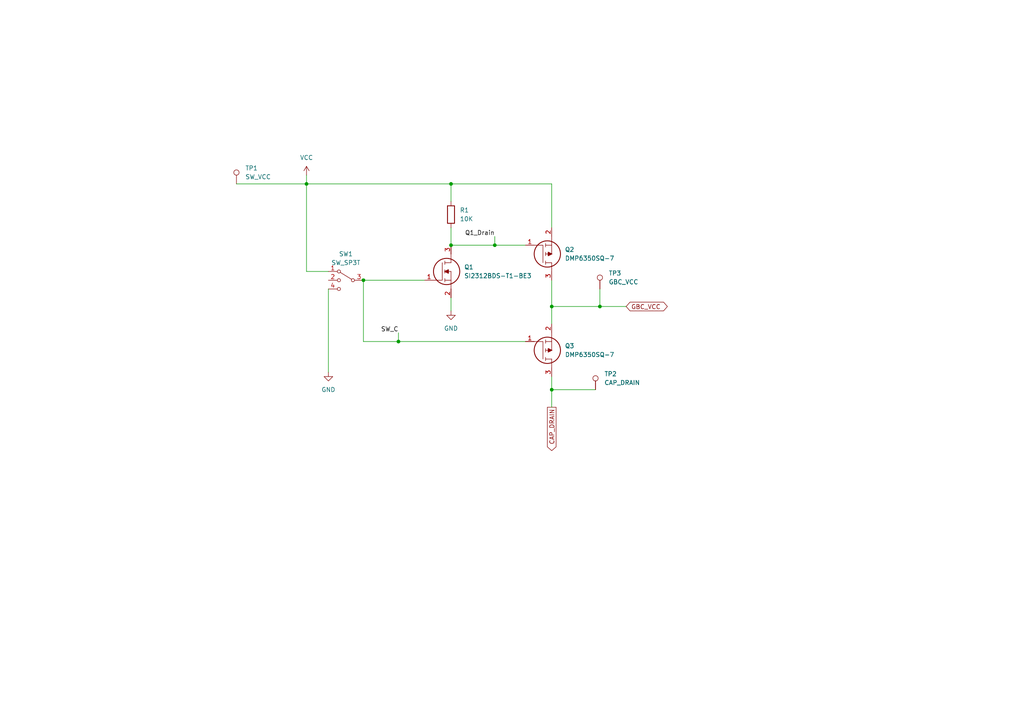
<source format=kicad_sch>
(kicad_sch (version 20211123) (generator eeschema)
  (paper "A4")
  (title_block (title "CGB MOSFET Switch") (company "LeggoMyFroggo"))
  (lib_symbols
    (symbol "Connector:TestPoint" (pin_numbers hide) (pin_names (offset 0.762) hide)
      (property "Reference" "TP" (at 0 6.858 0))
      (property "Value" "TestPoint" (at 0 5.08 0))
      (symbol "TestPoint_0_1"
        (circle (center 0 3.302) (radius 0.762))
      )
      (symbol "TestPoint_1_1"
        (pin passive line (at 0 0 90) (length 2.54) (name "1") (number "1"))
      )
    )
    (symbol "Device:R" (pin_numbers hide) (pin_names (offset 0))
      (property "Reference" "R" (at 2.032 0 90))
      (property "Value" "R" (at 0 0 90))
      (symbol "R_0_1"
        (rectangle (start -1.016 -2.54) (end 1.016 2.54) (stroke (width 0.254)))
      )
      (symbol "R_1_1"
        (pin passive line (at 0 3.81 270) (length 1.27) (name "~") (number "1"))
        (pin passive line (at 0 -3.81 90) (length 1.27) (name "~") (number "2"))
      )
    )
    (symbol "SamacSys_Parts:DMP6350SQ-7" (pin_names (offset 0.762))
      (property "Reference" "Q" (at 11.43 3.81 0))
      (property "Value" "DMP6350SQ-7" (at 11.43 1.27 0))
      (symbol "DMP6350SQ-7_0_0"
        (pin passive line (at 0 0 0) (length 2.54) (name "~") (number "1"))
        (pin passive line (at 7.62 -5.08 90) (length 2.54) (name "~") (number "2"))
        (pin passive line (at 7.62 10.16 270) (length 2.54) (name "~") (number "3"))
      )
      (symbol "DMP6350SQ-7_0_1"
        (polyline (pts (xy 5.842 -0.508) (xy 5.842 0.508)) (stroke (width 0.1524)))
        (polyline (pts (xy 5.842 0) (xy 7.62 0)) (stroke (width 0.1524)))
        (polyline (pts (xy 5.842 2.032) (xy 5.842 3.048)) (stroke (width 0.1524)))
        (polyline (pts (xy 5.842 5.588) (xy 5.842 4.572)) (stroke (width 0.1524)))
        (polyline (pts (xy 7.62 2.54) (xy 5.842 2.54)) (stroke (width 0.1524)))
        (polyline (pts (xy 7.62 2.54) (xy 7.62 -2.54)) (stroke (width 0.1524)))
        (polyline (pts (xy 7.62 5.08) (xy 5.842 5.08)) (stroke (width 0.1524)))
        (polyline (pts (xy 7.62 5.08) (xy 7.62 7.62)) (stroke (width 0.1524)))
        (polyline (pts (xy 2.54 0) (xy 5.08 0) (xy 5.08 5.08)) (stroke (width 0.1524)))
        (polyline (pts (xy 7.62 2.54) (xy 6.604 3.048) (xy 6.604 2.032) (xy 7.62 2.54)) (stroke (width 0.254)) (fill (type outline)))
        (circle (center 6.35 2.54) (radius 3.81) (stroke (width 0.254)))
      )
    )
    (symbol "SamacSys_Parts:SI2312BDS-T1-BE3" (pin_names (offset 0.762))
      (property "Reference" "Q" (at 11.43 3.81 0))
      (property "Value" "SI2312BDS-T1-BE3" (at 11.43 1.27 0))
      (symbol "SI2312BDS-T1-BE3_0_0"
        (pin passive line (at 0 0 0) (length 2.54) (name "~") (number "1"))
        (pin passive line (at 7.62 -5.08 90) (length 2.54) (name "~") (number "2"))
        (pin passive line (at 7.62 10.16 270) (length 2.54) (name "~") (number "3"))
      )
      (symbol "SI2312BDS-T1-BE3_0_1"
        (polyline (pts (xy 5.842 -0.508) (xy 5.842 0.508)) (stroke (width 0.1524)))
        (polyline (pts (xy 5.842 0) (xy 7.62 0)) (stroke (width 0.1524)))
        (polyline (pts (xy 5.842 2.032) (xy 5.842 3.048)) (stroke (width 0.1524)))
        (polyline (pts (xy 5.842 5.588) (xy 5.842 4.572)) (stroke (width 0.1524)))
        (polyline (pts (xy 7.62 2.54) (xy 5.842 2.54)) (stroke (width 0.1524)))
        (polyline (pts (xy 7.62 2.54) (xy 7.62 -2.54)) (stroke (width 0.1524)))
        (polyline (pts (xy 7.62 5.08) (xy 5.842 5.08)) (stroke (width 0.1524)))
        (polyline (pts (xy 7.62 5.08) (xy 7.62 7.62)) (stroke (width 0.1524)))
        (polyline (pts (xy 2.54 0) (xy 5.08 0) (xy 5.08 5.08)) (stroke (width 0.1524)))
        (polyline (pts (xy 5.842 2.54) (xy 6.858 3.048) (xy 6.858 2.032) (xy 5.842 2.54)) (stroke (width 0.254)) (fill (type outline)))
        (circle (center 6.35 2.54) (radius 3.81) (stroke (width 0.254)))
      )
    )
    (symbol "Switch:SW_SP3T" (pin_names (offset 0) hide)
      (property "Reference" "SW" (at 0 5.08 0))
      (property "Value" "SW_SP3T" (at 0 -5.08 0))
      (symbol "SW_SP3T_0_1"
        (circle (center -2.032 0) (radius 0.4572))
        (polyline (pts (xy -1.651 0.254) (xy 1.651 2.286)))
        (circle (center 2.032 -2.54) (radius 0.4572))
        (circle (center 2.032 0) (radius 0.4572))
        (circle (center 2.032 2.54) (radius 0.4572))
      )
      (symbol "SW_SP3T_1_1"
        (pin passive line (at 5.08 2.54 180) (length 2.54) (name "1") (number "1"))
        (pin passive line (at 5.08 0 180) (length 2.54) (name "2") (number "2"))
        (pin passive line (at -5.08 0 0) (length 2.54) (name "3") (number "3"))
        (pin passive line (at 5.08 -2.54 180) (length 2.54) (name "4") (number "4"))
      )
    )
    (symbol "power:GND" (power) (pin_names (offset 0))
      (property "Value" "GND" (at 0 -3.81 0))
      (symbol "GND_0_1"
        (polyline (pts (xy 0 0) (xy 0 -1.27) (xy 1.27 -1.27) (xy 0 -2.54) (xy -1.27 -1.27) (xy 0 -1.27)))
      )
      (symbol "GND_1_1"
        (pin power_in line (at 0 0 270) (length 0) hide (name "GND") (number "1"))
      )
    )
    (symbol "power:VCC" (power) (pin_names (offset 0))
      (property "Value" "VCC" (at 0 3.81 0))
      (symbol "VCC_0_1"
        (polyline (pts (xy -0.762 1.27) (xy 0 2.54)))
        (polyline (pts (xy 0 0) (xy 0 2.54)))
        (polyline (pts (xy 0 2.54) (xy 0.762 1.27)))
      )
      (symbol "VCC_1_1"
        (pin power_in line (at 0 0 90) (length 0) hide (name "VCC") (number "1"))
      )
    )
  )
  (junction (at 143.51 71.12))
  (junction (at 130.81 53.34))
  (junction (at 130.81 71.12))
  (junction (at 115.57 99.06))
  (junction (at 160.02 113.03))
  (junction (at 160.02 88.9))
  (junction (at 173.99 88.9))
  (junction (at 88.9 53.34))
  (junction (at 105.41 81.28))
  (wire (pts (xy 105.41 81.28) (xy 123.19 81.28)))
  (wire (pts (xy 160.02 88.9) (xy 173.99 88.9)))
  (wire (pts (xy 160.02 66.04) (xy 160.02 53.34)))
  (wire (pts (xy 160.02 109.22) (xy 160.02 113.03)))
  (wire (pts (xy 160.02 88.9) (xy 160.02 93.98)))
  (wire (pts (xy 88.9 78.74) (xy 88.9 53.34)))
  (wire (pts (xy 160.02 81.28) (xy 160.02 88.9)))
  (wire (pts (xy 115.57 96.52) (xy 115.57 99.06)))
  (wire (pts (xy 160.02 53.34) (xy 130.81 53.34)))
  (wire (pts (xy 88.9 53.34) (xy 88.9 50.8)))
  (wire (pts (xy 130.81 66.04) (xy 130.81 71.12)))
  (wire (pts (xy 160.02 113.03) (xy 172.72 113.03)))
  (wire (pts (xy 68.58 53.34) (xy 88.9 53.34)))
  (wire (pts (xy 143.51 68.58) (xy 143.51 71.12)))
  (wire (pts (xy 130.81 53.34) (xy 88.9 53.34)))
  (wire (pts (xy 143.51 71.12) (xy 152.4 71.12)))
  (wire (pts (xy 173.99 83.82) (xy 173.99 88.9)))
  (wire (pts (xy 130.81 86.36) (xy 130.81 90.17)))
  (wire (pts (xy 160.02 113.03) (xy 160.02 118.11)))
  (wire (pts (xy 130.81 71.12) (xy 143.51 71.12)))
  (wire (pts (xy 130.81 53.34) (xy 130.81 58.42)))
  (wire (pts (xy 95.25 83.82) (xy 95.25 107.95)))
  (wire (pts (xy 115.57 99.06) (xy 105.41 99.06)))
  (wire (pts (xy 88.9 78.74) (xy 95.25 78.74)))
  (wire (pts (xy 105.41 99.06) (xy 105.41 81.28)))
  (wire (pts (xy 173.99 88.9) (xy 181.61 88.9)))
  (wire (pts (xy 152.4 99.06) (xy 115.57 99.06)))
  (label "Q1_Drain" (at 143.51 68.58 180))
  (label "SW_C" (at 115.57 96.52 180))
  (global_label "CAP_DRAIN" (shape output) (at 160.02 118.11 270) (property "Intersheet References" "${INTERSHEET_REFS}" (effects hide)))
  (global_label "GBC_VCC" (shape bidirectional) (at 181.61 88.9 0) (property "Intersheet References" "${INTERSHEET_REFS}" (effects hide)))
  (symbol (lib_id "Switch:SW_SP3T") (at 100.33 81.28 0) (mirror y) (unit 1)
    (property "Reference" "SW1" (at 100.33 73.66 0))
    (property "Value" "SW_SP3T" (at 100.33 76.2 0))
    (property "Footprint" "SamacSys_Parts:MSKT-13C01" (effects hide))
  )
  (symbol (lib_id "SamacSys_Parts:DMP6350SQ-7") (at 152.4 99.06 0) (mirror x) (unit 1)
    (property "Reference" "Q3" (at 163.83 100.3299 0) (effects (justify left)))
    (property "Value" "DMP6350SQ-7" (at 163.83 102.8699 0) (effects (justify left)))
    (property "Footprint" "SamacSys_Parts:SOT96P240X110-3N" (effects hide))
    (property "Datasheet" "https://www.diodes.com/assets/Datasheets/DMP6350SQ.pdf" (effects hide))
    (property "Description" "MOSFET MOSFET BVDSS: 41V~{60V} SOT23 T&R 3K" (effects hide))
    (property "Height" "1.1" (effects hide))
    (property "Mouser Part Number" "621-DMP6350SQ-7" (effects hide))
    (property "Mouser Price/Stock" "https://www.mouser.co.uk/ProductDetail/Diodes-Incorporated/DMP6350SQ-7?qs=0lSvoLzn4L9E2rqiW%2FUVgw%3D%3D" (effects hide))
    (property "Manufacturer_Name" "Diodes Inc." (effects hide))
    (property "Manufacturer_Part_Number" "DMP6350SQ-7" (effects hide))
  )
  (symbol (lib_id "Connector:TestPoint") (at 172.72 113.03 0) (unit 1)
    (property "Reference" "TP2" (at 175.26 108.4579 0) (effects (justify left)))
    (property "Value" "CAP_DRAIN" (at 175.26 110.9979 0) (effects (justify left)))
    (property "Footprint" "TestPoint:TestPoint_Pad_D1.0mm" (effects hide))
  )
  (symbol (lib_id "power:GND") (at 95.25 107.95 0) (unit 1)
    (property "Reference" "#PWR0102" (effects hide))
    (property "Value" "GND" (at 95.25 113.03 0))
  )
  (symbol (lib_id "power:GND") (at 130.81 90.17 0) (unit 1)
    (property "Reference" "#PWR0101" (effects hide))
    (property "Value" "GND" (at 130.81 95.25 0))
  )
  (symbol (lib_id "Connector:TestPoint") (at 68.58 53.34 0) (unit 1)
    (property "Reference" "TP1" (at 71.12 48.7679 0) (effects (justify left)))
    (property "Value" "SW_VCC" (at 71.12 51.3079 0) (effects (justify left)))
    (property "Footprint" "TestPoint:TestPoint_Pad_D1.0mm" (effects hide))
  )
  (symbol (lib_id "power:VCC") (at 88.9 50.8 0) (unit 1)
    (property "Reference" "#PWR0103" (effects hide))
    (property "Value" "VCC" (at 88.9 45.72 0))
  )
  (symbol (lib_id "Device:R") (at 130.81 62.23 0) (unit 1)
    (property "Reference" "R1" (at 133.35 60.9599 0) (effects (justify left)))
    (property "Value" "10K" (at 133.35 63.4999 0) (effects (justify left)))
    (property "Footprint" "Resistor_SMD:R_0603_1608Metric" (effects hide))
  )
  (symbol (lib_id "SamacSys_Parts:SI2312BDS-T1-BE3") (at 123.19 81.28 0) (unit 1)
    (property "Reference" "Q1" (at 134.62 77.4699 0) (effects (justify left)))
    (property "Value" "SI2312BDS-T1-BE3" (at 134.62 80.0099 0) (effects (justify left)))
    (property "Footprint" "SamacSys_Parts:SOT95P237X112-3N" (effects hide))
    (property "Datasheet" "https://www.mouser.in/datasheet/2/427/VISH_S_A0010924773_1-2571514.pdf" (effects hide))
    (property "Description" "MOSFET N-CHANNEL 20-V (D-S)" (effects hide))
    (property "Height" "1.12" (effects hide))
    (property "Mouser Part Number" "78-SI2312BDS-T1-BE3" (effects hide))
    (property "Mouser Price/Stock" "https://www.mouser.co.uk/ProductDetail/Vishay-Siliconix/SI2312BDS-T1-BE3?qs=CiayqK2gdcLWl7ngxjbeYA%3D%3D" (effects hide))
    (property "Manufacturer_Name" "Vishay" (effects hide))
    (property "Manufacturer_Part_Number" "SI2312BDS-T1-BE3" (effects hide))
  )
  (symbol (lib_id "SamacSys_Parts:DMP6350SQ-7") (at 152.4 71.12 0) (mirror x) (unit 1)
    (property "Reference" "Q2" (at 163.83 72.3899 0) (effects (justify left)))
    (property "Value" "DMP6350SQ-7" (at 163.83 74.9299 0) (effects (justify left)))
    (property "Footprint" "SamacSys_Parts:SOT96P240X110-3N" (effects hide))
    (property "Datasheet" "https://www.diodes.com/assets/Datasheets/DMP6350SQ.pdf" (effects hide))
    (property "Description" "MOSFET MOSFET BVDSS: 41V~{60V} SOT23 T&R 3K" (effects hide))
    (property "Height" "1.1" (effects hide))
    (property "Mouser Part Number" "621-DMP6350SQ-7" (effects hide))
    (property "Mouser Price/Stock" "https://www.mouser.co.uk/ProductDetail/Diodes-Incorporated/DMP6350SQ-7?qs=0lSvoLzn4L9E2rqiW%2FUVgw%3D%3D" (effects hide))
    (property "Manufacturer_Name" "Diodes Inc." (effects hide))
    (property "Manufacturer_Part_Number" "DMP6350SQ-7" (effects hide))
  )
  (symbol (lib_id "Connector:TestPoint") (at 173.99 83.82 0) (unit 1)
    (property "Reference" "TP3" (at 176.53 79.2479 0) (effects (justify left)))
    (property "Value" "GBC_VCC" (at 176.53 81.7879 0) (effects (justify left)))
    (property "Footprint" "TestPoint:TestPoint_Pad_D1.0mm" (effects hide))
  )
)
</source>
